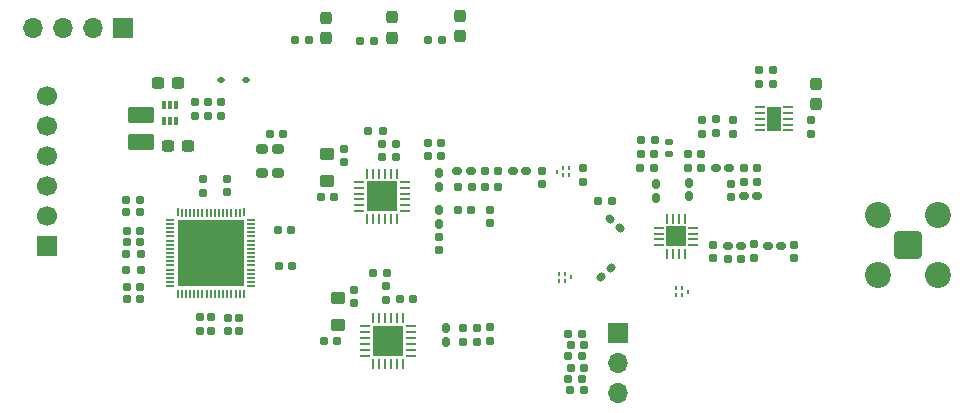
<source format=gbr>
%TF.GenerationSoftware,KiCad,Pcbnew,9.0.1-9.0.1-0~ubuntu24.04.1*%
%TF.CreationDate,2025-04-20T16:10:43+07:00*%
%TF.ProjectId,Gateway PCB v2,47617465-7761-4792-9050-43422076322e,rev?*%
%TF.SameCoordinates,Original*%
%TF.FileFunction,Soldermask,Top*%
%TF.FilePolarity,Negative*%
%FSLAX46Y46*%
G04 Gerber Fmt 4.6, Leading zero omitted, Abs format (unit mm)*
G04 Created by KiCad (PCBNEW 9.0.1-9.0.1-0~ubuntu24.04.1) date 2025-04-20 16:10:43*
%MOMM*%
%LPD*%
G01*
G04 APERTURE LIST*
G04 Aperture macros list*
%AMRoundRect*
0 Rectangle with rounded corners*
0 $1 Rounding radius*
0 $2 $3 $4 $5 $6 $7 $8 $9 X,Y pos of 4 corners*
0 Add a 4 corners polygon primitive as box body*
4,1,4,$2,$3,$4,$5,$6,$7,$8,$9,$2,$3,0*
0 Add four circle primitives for the rounded corners*
1,1,$1+$1,$2,$3*
1,1,$1+$1,$4,$5*
1,1,$1+$1,$6,$7*
1,1,$1+$1,$8,$9*
0 Add four rect primitives between the rounded corners*
20,1,$1+$1,$2,$3,$4,$5,0*
20,1,$1+$1,$4,$5,$6,$7,0*
20,1,$1+$1,$6,$7,$8,$9,0*
20,1,$1+$1,$8,$9,$2,$3,0*%
G04 Aperture macros list end*
%ADD10RoundRect,0.250000X-0.350000X0.275000X-0.350000X-0.275000X0.350000X-0.275000X0.350000X0.275000X0*%
%ADD11RoundRect,0.155000X-0.155000X0.212500X-0.155000X-0.212500X0.155000X-0.212500X0.155000X0.212500X0*%
%ADD12R,1.700000X1.700000*%
%ADD13C,1.700000*%
%ADD14RoundRect,0.160000X-0.197500X-0.160000X0.197500X-0.160000X0.197500X0.160000X-0.197500X0.160000X0*%
%ADD15RoundRect,0.155000X-0.212500X-0.155000X0.212500X-0.155000X0.212500X0.155000X-0.212500X0.155000X0*%
%ADD16RoundRect,0.147500X0.172500X-0.147500X0.172500X0.147500X-0.172500X0.147500X-0.172500X-0.147500X0*%
%ADD17R,0.250000X0.325000*%
%ADD18RoundRect,0.250001X-0.849999X0.462499X-0.849999X-0.462499X0.849999X-0.462499X0.849999X0.462499X0*%
%ADD19RoundRect,0.155000X0.212500X0.155000X-0.212500X0.155000X-0.212500X-0.155000X0.212500X-0.155000X0*%
%ADD20RoundRect,0.062500X-0.062500X0.375000X-0.062500X-0.375000X0.062500X-0.375000X0.062500X0.375000X0*%
%ADD21RoundRect,0.062500X-0.375000X0.062500X-0.375000X-0.062500X0.375000X-0.062500X0.375000X0.062500X0*%
%ADD22R,2.500000X2.500000*%
%ADD23RoundRect,0.237500X-0.237500X0.287500X-0.237500X-0.287500X0.237500X-0.287500X0.237500X0.287500X0*%
%ADD24RoundRect,0.237500X0.300000X0.237500X-0.300000X0.237500X-0.300000X-0.237500X0.300000X-0.237500X0*%
%ADD25RoundRect,0.160000X0.160000X-0.222500X0.160000X0.222500X-0.160000X0.222500X-0.160000X-0.222500X0*%
%ADD26RoundRect,0.155000X-0.040659X-0.259862X0.259862X0.040659X0.040659X0.259862X-0.259862X-0.040659X0*%
%ADD27RoundRect,0.160000X0.160000X-0.197500X0.160000X0.197500X-0.160000X0.197500X-0.160000X-0.197500X0*%
%ADD28RoundRect,0.155000X0.155000X-0.212500X0.155000X0.212500X-0.155000X0.212500X-0.155000X-0.212500X0*%
%ADD29RoundRect,0.160000X-0.222500X-0.160000X0.222500X-0.160000X0.222500X0.160000X-0.222500X0.160000X0*%
%ADD30RoundRect,0.062500X-0.350000X-0.062500X0.350000X-0.062500X0.350000X0.062500X-0.350000X0.062500X0*%
%ADD31R,1.200000X2.000000*%
%ADD32RoundRect,0.237500X-0.237500X0.300000X-0.237500X-0.300000X0.237500X-0.300000X0.237500X0.300000X0*%
%ADD33O,1.700000X1.700000*%
%ADD34RoundRect,0.155000X-0.259862X0.040659X0.040659X-0.259862X0.259862X-0.040659X-0.040659X0.259862X0*%
%ADD35RoundRect,0.200000X-0.300000X-0.200000X0.300000X-0.200000X0.300000X0.200000X-0.300000X0.200000X0*%
%ADD36RoundRect,0.112500X-0.187500X-0.112500X0.187500X-0.112500X0.187500X0.112500X-0.187500X0.112500X0*%
%ADD37RoundRect,0.062500X-0.325000X-0.062500X0.325000X-0.062500X0.325000X0.062500X-0.325000X0.062500X0*%
%ADD38RoundRect,0.062500X-0.062500X-0.325000X0.062500X-0.325000X0.062500X0.325000X-0.062500X0.325000X0*%
%ADD39R,1.750000X1.750000*%
%ADD40R,0.736600X0.177800*%
%ADD41R,0.762000X0.177800*%
%ADD42R,0.177800X0.736600*%
%ADD43R,0.177800X0.762000*%
%ADD44R,5.613400X5.613400*%
%ADD45RoundRect,0.160000X0.197500X0.160000X-0.197500X0.160000X-0.197500X-0.160000X0.197500X-0.160000X0*%
%ADD46RoundRect,0.160000X-0.160000X0.222500X-0.160000X-0.222500X0.160000X-0.222500X0.160000X0.222500X0*%
%ADD47RoundRect,0.200100X-0.949900X0.949900X-0.949900X-0.949900X0.949900X-0.949900X0.949900X0.949900X0*%
%ADD48C,2.200000*%
%ADD49RoundRect,0.087500X-0.087500X0.250000X-0.087500X-0.250000X0.087500X-0.250000X0.087500X0.250000X0*%
%ADD50RoundRect,0.160000X-0.160000X0.197500X-0.160000X-0.197500X0.160000X-0.197500X0.160000X0.197500X0*%
G04 APERTURE END LIST*
D10*
%TO.C,L10*%
X90462500Y-87012500D03*
X90462500Y-89312500D03*
%TD*%
D11*
%TO.C,C45*%
X82127500Y-88655000D03*
X82127500Y-89790000D03*
%TD*%
D12*
%TO.C,J3*%
X65850000Y-82595000D03*
D13*
X65850000Y-80055000D03*
X65850000Y-77515000D03*
X65850000Y-74975000D03*
X65850000Y-72435000D03*
X65850000Y-69895000D03*
%TD*%
D14*
%TO.C,R8*%
X72587500Y-84645000D03*
X73782500Y-84645000D03*
%TD*%
D15*
%TO.C,C35*%
X110190000Y-90977500D03*
X111325000Y-90977500D03*
%TD*%
D16*
%TO.C,FL4*%
X118507500Y-74780000D03*
X118507500Y-73810000D03*
%TD*%
D11*
%TO.C,C22*%
X125750000Y-82445000D03*
X125750000Y-83580000D03*
%TD*%
D14*
%TO.C,R11*%
X109980000Y-91930000D03*
X111175000Y-91930000D03*
%TD*%
D17*
%TO.C,FL2*%
X109085000Y-76282500D03*
X109585000Y-76570000D03*
X110085000Y-76570000D03*
X110085000Y-75995000D03*
X109585000Y-75995000D03*
%TD*%
D18*
%TO.C,PL1*%
X73787500Y-71487500D03*
X73787500Y-73812500D03*
%TD*%
D14*
%TO.C,R9*%
X109950000Y-90045000D03*
X111145000Y-90045000D03*
%TD*%
D19*
%TO.C,C48*%
X73757500Y-87097500D03*
X72622500Y-87097500D03*
%TD*%
D20*
%TO.C,U3*%
X95987500Y-88680000D03*
X95487500Y-88680000D03*
X94987500Y-88680000D03*
X94487500Y-88680000D03*
X93987500Y-88680000D03*
X93487500Y-88680000D03*
D21*
X92800000Y-89367500D03*
X92800000Y-89867500D03*
X92800000Y-90367500D03*
X92800000Y-90867500D03*
X92800000Y-91367500D03*
X92800000Y-91867500D03*
D20*
X93487500Y-92555000D03*
X93987500Y-92555000D03*
X94487500Y-92555000D03*
X94987500Y-92555000D03*
X95487500Y-92555000D03*
X95987500Y-92555000D03*
D21*
X96675000Y-91867500D03*
X96675000Y-91367500D03*
X96675000Y-90867500D03*
X96675000Y-90367500D03*
X96675000Y-89867500D03*
X96675000Y-89367500D03*
D22*
X94737500Y-90617500D03*
%TD*%
D23*
%TO.C,D3*%
X89500000Y-63270000D03*
X89500000Y-65020000D03*
%TD*%
D24*
%TO.C,C40*%
X77800000Y-74145000D03*
X76075000Y-74145000D03*
%TD*%
D19*
%TO.C,C52*%
X73765000Y-81306250D03*
X72630000Y-81306250D03*
%TD*%
D25*
%TO.C,L14*%
X120207500Y-78365000D03*
X120207500Y-77220000D03*
%TD*%
D26*
%TO.C,C34*%
X112786217Y-85212500D03*
X113588783Y-84409934D03*
%TD*%
D19*
%TO.C,C50*%
X73767500Y-86087500D03*
X72632500Y-86087500D03*
%TD*%
D14*
%TO.C,R18*%
X72587500Y-83232300D03*
X73782500Y-83232300D03*
%TD*%
D15*
%TO.C,C4*%
X102920000Y-77580000D03*
X104055000Y-77580000D03*
%TD*%
%TO.C,C3*%
X100700000Y-77580000D03*
X101835000Y-77580000D03*
%TD*%
%TO.C,C13*%
X101095000Y-89542500D03*
X102230000Y-89542500D03*
%TD*%
D27*
%TO.C,R15*%
X123987500Y-73110000D03*
X123987500Y-71915000D03*
%TD*%
D28*
%TO.C,C53*%
X81087500Y-78012875D03*
X81087500Y-76877875D03*
%TD*%
D15*
%TO.C,C54*%
X85487500Y-84312500D03*
X86622500Y-84312500D03*
%TD*%
D28*
%TO.C,C57*%
X99087500Y-82927500D03*
X99087500Y-81792500D03*
%TD*%
D19*
%TO.C,C19*%
X117277500Y-74780000D03*
X116142500Y-74780000D03*
%TD*%
%TO.C,C20*%
X117307500Y-73580000D03*
X116172500Y-73580000D03*
%TD*%
D15*
%TO.C,C26*%
X120120000Y-75980000D03*
X121255000Y-75980000D03*
%TD*%
D29*
%TO.C,L4*%
X105315000Y-76280000D03*
X106460000Y-76280000D03*
%TD*%
D28*
%TO.C,C60*%
X91887500Y-87412500D03*
X91887500Y-86277500D03*
%TD*%
D15*
%TO.C,C2*%
X98080000Y-73880000D03*
X99215000Y-73880000D03*
%TD*%
D14*
%TO.C,R10*%
X109940000Y-93845000D03*
X111135000Y-93845000D03*
%TD*%
D11*
%TO.C,C14*%
X103387500Y-89485000D03*
X103387500Y-90620000D03*
%TD*%
D14*
%TO.C,R16*%
X72570001Y-79714000D03*
X73765001Y-79714000D03*
%TD*%
D15*
%TO.C,C46*%
X85413250Y-81212500D03*
X86548250Y-81212500D03*
%TD*%
%TO.C,C24*%
X123515000Y-83662500D03*
X124650000Y-83662500D03*
%TD*%
D28*
%TO.C,C42*%
X122487500Y-72980000D03*
X122487500Y-71845000D03*
%TD*%
D15*
%TO.C,C17*%
X95727500Y-87042500D03*
X96862500Y-87042500D03*
%TD*%
D28*
%TO.C,C10*%
X90987500Y-75500000D03*
X90987500Y-74365000D03*
%TD*%
D30*
%TO.C,U6*%
X126202500Y-70805000D03*
X126202500Y-71305000D03*
X126202500Y-71805000D03*
X126202500Y-72305000D03*
X126202500Y-72805000D03*
X128627500Y-72805000D03*
X128627500Y-72305000D03*
X128627500Y-71805000D03*
X128627500Y-71305000D03*
X128627500Y-70805000D03*
D31*
X127415000Y-71805000D03*
%TD*%
D27*
%TO.C,R14*%
X121290000Y-73110000D03*
X121290000Y-71915000D03*
%TD*%
D15*
%TO.C,C25*%
X120120000Y-74780000D03*
X121255000Y-74780000D03*
%TD*%
D19*
%TO.C,C8*%
X90175000Y-78412500D03*
X89040000Y-78412500D03*
%TD*%
D32*
%TO.C,C38*%
X130987500Y-68850000D03*
X130987500Y-70575000D03*
%TD*%
D17*
%TO.C,FL3*%
X110202500Y-85230000D03*
X109702500Y-84942500D03*
X109202500Y-84942500D03*
X109202500Y-85517500D03*
X109702500Y-85517500D03*
%TD*%
D11*
%TO.C,C30*%
X111287500Y-76012500D03*
X111287500Y-77147500D03*
%TD*%
D12*
%TO.C,J2*%
X72320000Y-64100000D03*
D33*
X69780000Y-64100000D03*
X67240000Y-64100000D03*
X64700000Y-64100000D03*
%TD*%
D28*
%TO.C,C9*%
X95387500Y-75067500D03*
X95387500Y-73932500D03*
%TD*%
D15*
%TO.C,C28*%
X124862500Y-75985000D03*
X125997500Y-75985000D03*
%TD*%
D34*
%TO.C,C32*%
X113535628Y-80290628D03*
X114338194Y-81093194D03*
%TD*%
D15*
%TO.C,C33*%
X102920000Y-76280000D03*
X104055000Y-76280000D03*
%TD*%
D19*
%TO.C,C44*%
X127302500Y-67665000D03*
X126167500Y-67665000D03*
%TD*%
D29*
%TO.C,L13*%
X126905000Y-82560000D03*
X128050000Y-82560000D03*
%TD*%
D19*
%TO.C,C51*%
X73747500Y-82266250D03*
X72612500Y-82266250D03*
%TD*%
D35*
%TO.C,X1*%
X84050000Y-74350000D03*
X84050000Y-76450000D03*
X85450000Y-76450000D03*
X85450000Y-74350000D03*
%TD*%
D36*
%TO.C,D4*%
X80637500Y-68512500D03*
X82737500Y-68512500D03*
%TD*%
D37*
%TO.C,U4*%
X117675000Y-81032500D03*
X117675000Y-81532500D03*
X117675000Y-82032500D03*
X117675000Y-82532500D03*
D38*
X118387500Y-83245000D03*
X118887500Y-83245000D03*
X119387500Y-83245000D03*
X119887500Y-83245000D03*
D37*
X120600000Y-82532500D03*
X120600000Y-82032500D03*
X120600000Y-81532500D03*
X120600000Y-81032500D03*
D38*
X119887500Y-80320000D03*
X119387500Y-80320000D03*
X118887500Y-80320000D03*
X118387500Y-80320000D03*
D39*
X119137500Y-81782500D03*
%TD*%
D40*
%TO.C,U1*%
X76285800Y-80382501D03*
D41*
X76298500Y-80732500D03*
X76298500Y-81082499D03*
X76298500Y-81432498D03*
X76298500Y-81782500D03*
X76298500Y-82132500D03*
X76298500Y-82482499D03*
X76298500Y-82832501D03*
X76298500Y-83182500D03*
X76298500Y-83532499D03*
X76298500Y-83882501D03*
X76298500Y-84232500D03*
X76298500Y-84582500D03*
X76298500Y-84932499D03*
X76298500Y-85282501D03*
X76298500Y-85632500D03*
D40*
X76285800Y-85982499D03*
D42*
X76927501Y-86624200D03*
D43*
X77277500Y-86611500D03*
X77627499Y-86611500D03*
X77977498Y-86611500D03*
X78327500Y-86611500D03*
X78677500Y-86611500D03*
X79027499Y-86611500D03*
X79377501Y-86611500D03*
X79727500Y-86611500D03*
X80077499Y-86611500D03*
X80427501Y-86611500D03*
X80777500Y-86611500D03*
X81127500Y-86611500D03*
X81477499Y-86611500D03*
X81827501Y-86611500D03*
X82177500Y-86611500D03*
D42*
X82527499Y-86624200D03*
D40*
X83169200Y-85982499D03*
D41*
X83156500Y-85632500D03*
X83156500Y-85282501D03*
X83156500Y-84932502D03*
X83156500Y-84582500D03*
X83156500Y-84232500D03*
X83156500Y-83882501D03*
X83156500Y-83532499D03*
X83156500Y-83182500D03*
X83156500Y-82832501D03*
X83156500Y-82482499D03*
X83156500Y-82132500D03*
X83156500Y-81782500D03*
X83156500Y-81432501D03*
X83156500Y-81082499D03*
X83156500Y-80732500D03*
D40*
X83169200Y-80382501D03*
D42*
X82527499Y-79740800D03*
D43*
X82177500Y-79753500D03*
X81827501Y-79753500D03*
X81477502Y-79753500D03*
X81127500Y-79753500D03*
X80777500Y-79753500D03*
X80427501Y-79753500D03*
X80077499Y-79753500D03*
X79727500Y-79753500D03*
X79377501Y-79753500D03*
X79027499Y-79753500D03*
X78677500Y-79753500D03*
X78327500Y-79753500D03*
X77977501Y-79753500D03*
X77627499Y-79753500D03*
X77277500Y-79753500D03*
D42*
X76927501Y-79740800D03*
D44*
X79727500Y-83182500D03*
%TD*%
D20*
%TO.C,U2*%
X95462500Y-76457500D03*
X94962500Y-76457500D03*
X94462500Y-76457500D03*
X93962500Y-76457500D03*
X93462500Y-76457500D03*
X92962500Y-76457500D03*
D21*
X92275000Y-77145000D03*
X92275000Y-77645000D03*
X92275000Y-78145000D03*
X92275000Y-78645000D03*
X92275000Y-79145000D03*
X92275000Y-79645000D03*
D20*
X92962500Y-80332500D03*
X93462500Y-80332500D03*
X93962500Y-80332500D03*
X94462500Y-80332500D03*
X94962500Y-80332500D03*
X95462500Y-80332500D03*
D21*
X96150000Y-79645000D03*
X96150000Y-79145000D03*
X96150000Y-78645000D03*
X96150000Y-78145000D03*
X96150000Y-77645000D03*
X96150000Y-77145000D03*
D22*
X94212500Y-78395000D03*
%TD*%
D29*
%TO.C,L16*%
X124870000Y-78395000D03*
X126015000Y-78395000D03*
%TD*%
D11*
%TO.C,C7*%
X103387500Y-79512500D03*
X103387500Y-80647500D03*
%TD*%
D14*
%TO.C,R3*%
X86855000Y-65145000D03*
X88050000Y-65145000D03*
%TD*%
D45*
%TO.C,R17*%
X73772501Y-78734000D03*
X72577501Y-78734000D03*
%TD*%
D19*
%TO.C,C15*%
X85855000Y-73112500D03*
X84720000Y-73112500D03*
%TD*%
%TO.C,C31*%
X113677500Y-78780000D03*
X112542500Y-78780000D03*
%TD*%
D46*
%TO.C,L5*%
X99087500Y-79580000D03*
X99087500Y-80725000D03*
%TD*%
D23*
%TO.C,D1*%
X100800000Y-63090000D03*
X100800000Y-64840000D03*
%TD*%
D19*
%TO.C,C16*%
X90430000Y-90642500D03*
X89295000Y-90642500D03*
%TD*%
D47*
%TO.C,J1*%
X138787500Y-82532500D03*
D48*
X141337500Y-79982500D03*
X136237500Y-79982500D03*
X141337500Y-85082500D03*
X136237500Y-85082500D03*
%TD*%
D11*
%TO.C,C21*%
X122250000Y-82510000D03*
X122250000Y-83645000D03*
%TD*%
D29*
%TO.C,L15*%
X122477500Y-75985000D03*
X123622500Y-75985000D03*
%TD*%
D25*
%TO.C,L11*%
X117407500Y-78485000D03*
X117407500Y-77340000D03*
%TD*%
D11*
%TO.C,C56*%
X79787500Y-88612500D03*
X79787500Y-89747500D03*
%TD*%
D15*
%TO.C,C37*%
X110170000Y-94777500D03*
X111305000Y-94777500D03*
%TD*%
D11*
%TO.C,C5*%
X107787500Y-76212500D03*
X107787500Y-77347500D03*
%TD*%
D15*
%TO.C,C6*%
X100620000Y-79580000D03*
X101755000Y-79580000D03*
%TD*%
D14*
%TO.C,R1*%
X98152500Y-65145000D03*
X99347500Y-65145000D03*
%TD*%
D15*
%TO.C,C1*%
X98100000Y-74980000D03*
X99235000Y-74980000D03*
%TD*%
D45*
%TO.C,R5*%
X94275000Y-72880000D03*
X93080000Y-72880000D03*
%TD*%
%TO.C,R6*%
X94650000Y-84842500D03*
X93455000Y-84842500D03*
%TD*%
D24*
%TO.C,C39*%
X76997500Y-68770000D03*
X75272500Y-68770000D03*
%TD*%
D19*
%TO.C,C58*%
X102230000Y-90742500D03*
X101095000Y-90742500D03*
%TD*%
D11*
%TO.C,C49*%
X81187500Y-88645000D03*
X81187500Y-89780000D03*
%TD*%
D29*
%TO.C,L12*%
X123497500Y-82560000D03*
X124642500Y-82560000D03*
%TD*%
D15*
%TO.C,C27*%
X124882500Y-77185000D03*
X126017500Y-77185000D03*
%TD*%
D19*
%TO.C,C18*%
X117242500Y-75980000D03*
X116107500Y-75980000D03*
%TD*%
D15*
%TO.C,C36*%
X110190000Y-92877500D03*
X111325000Y-92877500D03*
%TD*%
D49*
%TO.C,U7*%
X76750000Y-70620000D03*
X76250000Y-70620000D03*
X75750000Y-70620000D03*
X75750000Y-72045000D03*
X76250000Y-72045000D03*
X76750000Y-72045000D03*
%TD*%
D27*
%TO.C,R13*%
X78367500Y-71595000D03*
X78367500Y-70400000D03*
%TD*%
D50*
%TO.C,R12*%
X80567500Y-70390000D03*
X80567500Y-71585000D03*
%TD*%
D23*
%TO.C,D2*%
X95050000Y-63195000D03*
X95050000Y-64945000D03*
%TD*%
D28*
%TO.C,C47*%
X79087500Y-78094000D03*
X79087500Y-76959000D03*
%TD*%
%TO.C,C12*%
X94562500Y-87130000D03*
X94562500Y-85995000D03*
%TD*%
D19*
%TO.C,C43*%
X127302500Y-68905000D03*
X126167500Y-68905000D03*
%TD*%
D28*
%TO.C,C29*%
X123750000Y-78480000D03*
X123750000Y-77345000D03*
%TD*%
D14*
%TO.C,R2*%
X92355000Y-65245000D03*
X93550000Y-65245000D03*
%TD*%
D11*
%TO.C,C23*%
X129150000Y-82492500D03*
X129150000Y-83627500D03*
%TD*%
D12*
%TO.C,J4*%
X114250000Y-89965000D03*
D33*
X114250000Y-92505000D03*
X114250000Y-95045000D03*
%TD*%
D17*
%TO.C,FL1*%
X120100000Y-86445000D03*
X119600000Y-86157500D03*
X119100000Y-86157500D03*
X119100000Y-86732500D03*
X119600000Y-86732500D03*
%TD*%
D28*
%TO.C,C11*%
X94187500Y-75067500D03*
X94187500Y-73932500D03*
%TD*%
%TO.C,C41*%
X130587500Y-73080000D03*
X130587500Y-71945000D03*
%TD*%
D29*
%TO.C,L3*%
X100615000Y-76280000D03*
X101760000Y-76280000D03*
%TD*%
D46*
%TO.C,L2*%
X99087500Y-76407500D03*
X99087500Y-77552500D03*
%TD*%
D11*
%TO.C,C55*%
X78857500Y-88612500D03*
X78857500Y-89747500D03*
%TD*%
D10*
%TO.C,L6*%
X89587500Y-74762500D03*
X89587500Y-77062500D03*
%TD*%
D46*
%TO.C,L8*%
X99662500Y-89542500D03*
X99662500Y-90687500D03*
%TD*%
D28*
%TO.C,C28*%
X79467500Y-71545000D03*
X79467500Y-70410000D03*
%TD*%
M02*

</source>
